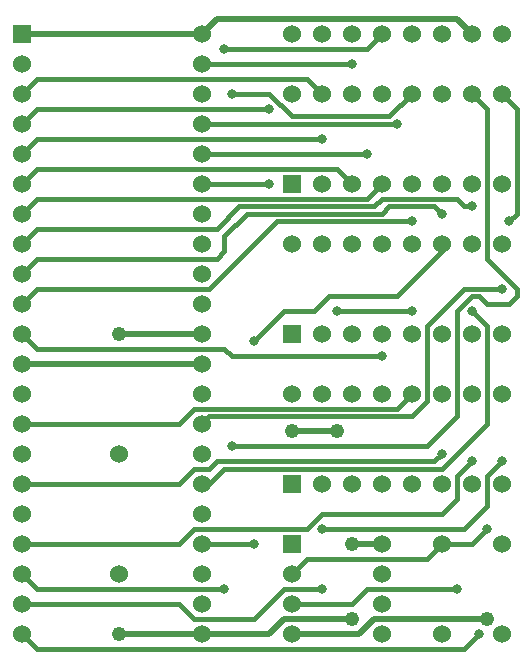
<source format=gbr>
G04 DesignSpark PCB Gerber Version 10.0 Build 5299*
G04 #@! TF.Part,Single*
G04 #@! TF.FileFunction,Copper,L1,Top*
G04 #@! TF.FilePolarity,Positive*
%FSLAX35Y35*%
%MOIN*%
G04 #@! TA.AperFunction,WasherPad*
%ADD13R,0.06000X0.06000*%
G04 #@! TD.AperFunction*
%ADD11C,0.01500*%
%ADD10C,0.02000*%
G04 #@! TA.AperFunction,WasherPad*
%ADD15C,0.03200*%
%ADD14C,0.04800*%
%ADD12C,0.06000*%
G04 #@! TD.AperFunction*
X0Y0D02*
D02*
D10*
X15250Y215250D02*
X75250D01*
Y15250D02*
X47750D01*
X75250D02*
X97750D01*
X102750Y20250D01*
X125250D01*
X75250Y105250D02*
X15250D01*
X75250Y115250D02*
X47750D01*
X105250Y15250D02*
X127750D01*
X132750Y20250D01*
X170250D01*
X105250Y82750D02*
X120250D01*
X135250Y45250D02*
X125250D01*
X165250Y215250D02*
X160250Y220250D01*
X80250D01*
X75250Y215250D01*
D02*
D11*
X15250Y25250D02*
X67750D01*
X72750Y20250D01*
X92750D01*
X102750Y30250D01*
X115250D01*
X15250Y45250D02*
X67750D01*
X72750Y50250D01*
X110250D01*
X115250Y55250D01*
X155250D01*
X160250Y60250D01*
Y67750D01*
X165250Y72750D01*
X15250Y85250D02*
X67750D01*
X72750Y90250D01*
X140250D01*
X145250Y95250D01*
X15250Y115250D02*
X20250Y110250D01*
X82750D01*
X85250Y107750D01*
X135250D01*
X15250Y125250D02*
X20250Y130250D01*
X77750D01*
X100250Y152750D01*
X145250D01*
X15250Y155250D02*
X20250Y160250D01*
X130250D01*
X135250Y165250D01*
X15250D02*
X20250Y170250D01*
X120250D01*
X125250Y165250D01*
X15250Y175250D02*
X20250Y180250D01*
X110250D01*
X15250Y185250D02*
X20250Y190250D01*
X97750D01*
X75250Y65250D02*
X77750D01*
X82750Y70250D01*
X155250D01*
X170250Y85250D01*
Y117750D01*
X165250Y122750D01*
X75250Y165250D02*
X97750D01*
X75250Y175250D02*
X130250D01*
X75250Y185250D02*
X140250D01*
X75250Y205250D02*
X125250D01*
X77750Y87750D02*
X145250D01*
X150250Y92750D01*
Y117750D01*
X162750Y130250D01*
X175250D01*
X77750Y87750D02*
X75250Y85250D01*
X82750Y30250D02*
X20250D01*
X15250Y35250D01*
X82750Y210250D02*
X130250D01*
X135250Y215250D01*
X92750Y45250D02*
X75250D01*
X105250Y25250D02*
X125250D01*
X130250Y30250D01*
X160250D01*
X105250Y35250D02*
X110250Y40250D01*
X150250D01*
X155250Y45250D01*
X110250Y180250D02*
X115250D01*
Y50250D02*
X162750D01*
X170250Y57750D01*
X115250Y195250D02*
X110250Y200250D01*
X20250D01*
X15250Y195250D01*
X120250Y122750D02*
X145250D01*
Y195250D02*
X137750Y187750D01*
X105250D01*
X97750Y195250D01*
X85250D01*
X155250Y45250D02*
X165250D01*
X170250Y50250D01*
X155250Y75250D02*
X152750Y72750D01*
X80250D01*
X77750Y70250D01*
X72750D01*
X67750Y65250D01*
X15250D01*
X155250Y145250D02*
Y142750D01*
X140250Y127750D01*
X117750D01*
X112750Y122750D01*
X102750D01*
X92750Y112750D01*
X155250Y155250D02*
X152750Y157750D01*
X137750D01*
X135250Y155250D01*
X90250D01*
X82750Y147750D01*
Y142750D01*
X80250Y140250D01*
X20250D01*
X15250Y135250D01*
X165250Y157750D02*
X162750D01*
X160250Y160250D01*
X135250D01*
X132750Y157750D01*
X87750D01*
X80250Y150250D01*
X20250D01*
X15250Y145250D01*
X165250Y195250D02*
X170250Y190250D01*
Y140250D01*
X180250Y130250D01*
Y127750D01*
X177750Y125250D01*
X170250D01*
X167750Y127750D01*
X165250D01*
X160250Y122750D01*
Y87750D01*
X150250Y77750D01*
X85250D01*
X167750Y15250D02*
X162750Y10250D01*
X20250D01*
X15250Y15250D01*
X170250Y57750D02*
Y67750D01*
X175250Y72750D01*
X177750Y152750D02*
X180250Y155250D01*
Y190250D01*
X175250Y195250D01*
D02*
D12*
X15250Y15250D03*
Y25250D03*
Y35250D03*
Y45250D03*
Y55250D03*
Y65250D03*
Y75250D03*
Y85250D03*
Y95250D03*
Y105250D03*
Y115250D03*
Y125250D03*
Y135250D03*
Y145250D03*
Y155250D03*
Y165250D03*
Y175250D03*
Y185250D03*
Y195250D03*
Y205250D03*
X47750Y35250D03*
Y75250D03*
X75250Y15250D03*
Y25250D03*
Y35250D03*
Y45250D03*
Y55250D03*
Y65250D03*
Y75250D03*
Y85250D03*
Y95250D03*
Y105250D03*
Y115250D03*
Y125250D03*
Y135250D03*
Y145250D03*
Y155250D03*
Y165250D03*
Y175250D03*
Y185250D03*
Y195250D03*
Y205250D03*
Y215250D03*
X105250Y15250D03*
Y25250D03*
Y35250D03*
Y95250D03*
Y145250D03*
Y195250D03*
Y215250D03*
X115250Y65250D03*
Y95250D03*
Y115250D03*
Y145250D03*
Y165250D03*
Y195250D03*
Y215250D03*
X125250Y65250D03*
Y95250D03*
Y115250D03*
Y145250D03*
Y165250D03*
Y195250D03*
Y215250D03*
X135250Y15250D03*
Y25250D03*
Y35250D03*
Y45250D03*
Y65250D03*
Y95250D03*
Y115250D03*
Y145250D03*
Y165250D03*
Y195250D03*
Y215250D03*
X145250Y65250D03*
Y95250D03*
Y115250D03*
Y145250D03*
Y165250D03*
Y195250D03*
Y215250D03*
X155250Y15250D03*
Y45250D03*
Y65250D03*
Y95250D03*
Y115250D03*
Y145250D03*
Y165250D03*
Y195250D03*
Y215250D03*
X165250Y65250D03*
Y95250D03*
Y115250D03*
Y145250D03*
Y165250D03*
Y195250D03*
Y215250D03*
X175250Y15250D03*
Y45250D03*
Y65250D03*
Y95250D03*
Y115250D03*
Y145250D03*
Y165250D03*
Y195250D03*
Y215250D03*
D02*
D13*
X15250D03*
X105250Y45250D03*
Y65250D03*
Y115250D03*
Y165250D03*
D02*
D14*
X47750Y15250D03*
Y115250D03*
X105250Y82750D03*
X120250D03*
X125250Y20250D03*
Y45250D03*
X170250Y20250D03*
D02*
D15*
X82750Y30250D03*
Y210250D03*
X85250Y77750D03*
Y195250D03*
X92750Y45250D03*
Y112750D03*
X97750Y165250D03*
Y190250D03*
X115250Y30250D03*
Y50250D03*
Y180250D03*
X120250Y122750D03*
X125250Y205250D03*
X130250Y175250D03*
X135250Y107750D03*
X140250Y185250D03*
X145250Y122750D03*
Y152750D03*
X155250Y75250D03*
Y155250D03*
X160250Y30250D03*
X165250Y72750D03*
Y122750D03*
Y157750D03*
X167750Y15250D03*
X170250Y50250D03*
X175250Y72750D03*
Y130250D03*
X177750Y152750D03*
X0Y0D02*
M02*

</source>
